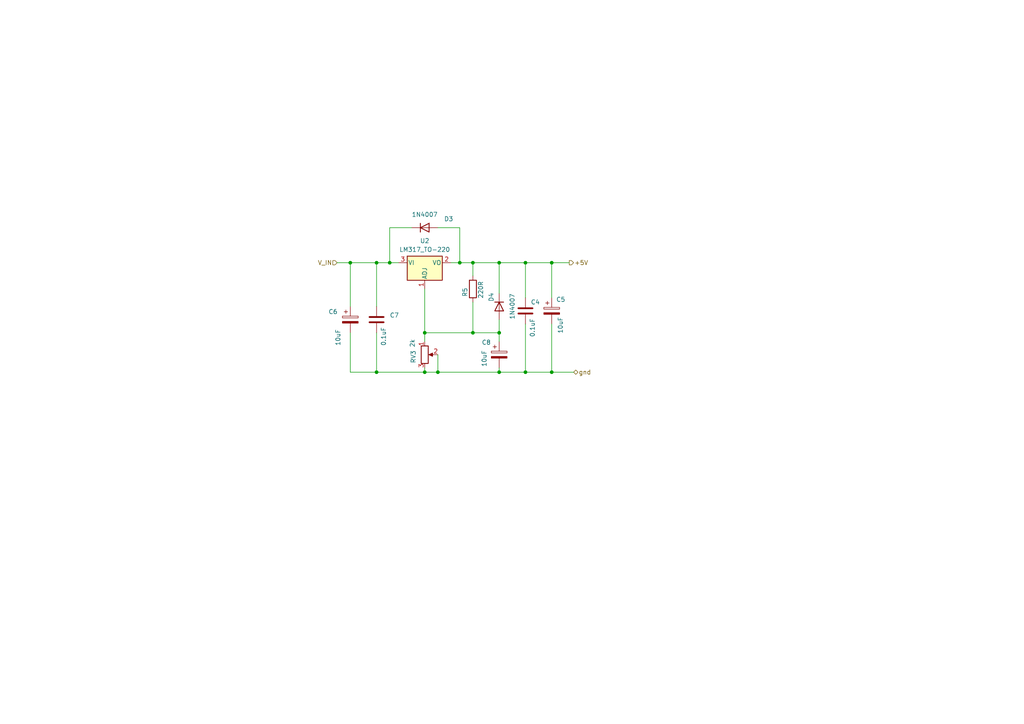
<source format=kicad_sch>
(kicad_sch (version 20231120) (generator "eeschema") (generator_version "8.0")
  (paper "A4")
  (lib_symbols
    (symbol "Device:C" (pin_numbers hide) (pin_names (offset 0.254))
      (property "Reference" "C" (at 0.635 2.54 0))
      (property "Value" "C" (at 0.635 -2.54 0))
      (symbol "C_0_1"
        (polyline (pts (xy -2.032 -0.762) (xy 2.032 -0.762)) (stroke (width 0.508)))
        (polyline (pts (xy -2.032 0.762) (xy 2.032 0.762)) (stroke (width 0.508)))
      )
      (symbol "C_1_1"
        (pin passive line (at 0 3.81 270) (length 2.794) (name "~") (number "1"))
        (pin passive line (at 0 -3.81 90) (length 2.794) (name "~") (number "2"))
      )
    )
    (symbol "Device:C_Polarized" (pin_numbers hide) (pin_names (offset 0.254))
      (property "Reference" "C" (at 0.635 2.54 0))
      (property "Value" "C_Polarized" (at 0.635 -2.54 0))
      (symbol "C_Polarized_0_1"
        (rectangle (start -2.286 0.508) (end 2.286 1.016))
        (polyline (pts (xy -1.778 2.286) (xy -0.762 2.286)))
        (polyline (pts (xy -1.27 2.794) (xy -1.27 1.778)))
        (rectangle (start 2.286 -0.508) (end -2.286 -1.016) (fill (type outline)))
      )
      (symbol "C_Polarized_1_1"
        (pin passive line (at 0 3.81 270) (length 2.794) (name "~") (number "1"))
        (pin passive line (at 0 -3.81 90) (length 2.794) (name "~") (number "2"))
      )
    )
    (symbol "Device:R" (pin_numbers hide) (pin_names (offset 0))
      (property "Reference" "R" (at 2.032 0 90))
      (property "Value" "R" (at 0 0 90))
      (symbol "R_0_1"
        (rectangle (start -1.016 -2.54) (end 1.016 2.54) (stroke (width 0.254)))
      )
      (symbol "R_1_1"
        (pin passive line (at 0 3.81 270) (length 1.27) (name "~") (number "1"))
        (pin passive line (at 0 -3.81 90) (length 1.27) (name "~") (number "2"))
      )
    )
    (symbol "Device:R_Potentiometer" (pin_names (offset 1.016) hide)
      (property "Reference" "RV" (at -4.445 0 90))
      (property "Value" "R_Potentiometer" (at -2.54 0 90))
      (symbol "R_Potentiometer_0_1"
        (polyline (pts (xy 2.54 0) (xy 1.524 0)))
        (polyline (pts (xy 1.143 0) (xy 2.286 0.508) (xy 2.286 -0.508) (xy 1.143 0)) (fill (type outline)))
        (rectangle (start 1.016 2.54) (end -1.016 -2.54) (stroke (width 0.254)))
      )
      (symbol "R_Potentiometer_1_1"
        (pin passive line (at 0 3.81 270) (length 1.27) (name "1") (number "1"))
        (pin passive line (at 3.81 0 180) (length 1.27) (name "2") (number "2"))
        (pin passive line (at 0 -3.81 90) (length 1.27) (name "3") (number "3"))
      )
    )
    (symbol "Diode:1N4007" (pin_numbers hide) (pin_names hide)
      (property "Reference" "D" (at 0 2.54 0))
      (property "Value" "1N4007" (at 0 -2.54 0))
      (symbol "1N4007_0_1"
        (polyline (pts (xy -1.27 1.27) (xy -1.27 -1.27)) (stroke (width 0.254)))
        (polyline (pts (xy 1.27 0) (xy -1.27 0)))
        (polyline (pts (xy 1.27 1.27) (xy 1.27 -1.27) (xy -1.27 0) (xy 1.27 1.27)) (stroke (width 0.254)))
      )
      (symbol "1N4007_1_1"
        (pin passive line (at -3.81 0 0) (length 2.54) (name "K") (number "1"))
        (pin passive line (at 3.81 0 180) (length 2.54) (name "A") (number "2"))
      )
    )
    (symbol "Regulator_Linear:LM317_TO-220" (pin_names (offset 0.254))
      (property "Reference" "U" (at -3.81 3.175 0))
      (property "Value" "LM317_TO-220" (at 0 3.175 0))
      (symbol "LM317_TO-220_0_1"
        (rectangle (start -5.08 1.905) (end 5.08 -5.08) (stroke (width 0.254)) (fill (type background)))
      )
      (symbol "LM317_TO-220_1_1"
        (pin input line (at 0 -7.62 90) (length 2.54) (name "ADJ") (number "1"))
        (pin power_out line (at 7.62 0 180) (length 2.54) (name "VO") (number "2"))
        (pin power_in line (at -7.62 0 0) (length 2.54) (name "VI") (number "3"))
      )
    )
  )
  (junction (at 113.03 76.2))
  (junction (at 160.02 76.2))
  (junction (at 144.78 76.2))
  (junction (at 109.22 107.95))
  (junction (at 152.4 76.2))
  (junction (at 127 107.95))
  (junction (at 137.16 76.2))
  (junction (at 137.16 96.52))
  (junction (at 123.19 107.95))
  (junction (at 109.22 76.2))
  (junction (at 144.78 107.95))
  (junction (at 101.6 76.2))
  (junction (at 160.02 107.95))
  (junction (at 144.78 96.52))
  (junction (at 133.35 76.2))
  (junction (at 123.19 96.52))
  (junction (at 152.4 107.95))
  (wire (pts (xy 160.02 76.2) (xy 165.1 76.2)))
  (wire (pts (xy 127 107.95) (xy 127 102.87)))
  (wire (pts (xy 137.16 87.63) (xy 137.16 96.52)))
  (wire (pts (xy 144.78 107.95) (xy 152.4 107.95)))
  (wire (pts (xy 133.35 66.04) (xy 133.35 76.2)))
  (wire (pts (xy 133.35 76.2) (xy 137.16 76.2)))
  (wire (pts (xy 144.78 106.68) (xy 144.78 107.95)))
  (wire (pts (xy 123.19 106.68) (xy 123.19 107.95)))
  (wire (pts (xy 109.22 107.95) (xy 101.6 107.95)))
  (wire (pts (xy 152.4 93.98) (xy 152.4 107.95)))
  (wire (pts (xy 119.38 66.04) (xy 113.03 66.04)))
  (wire (pts (xy 137.16 96.52) (xy 144.78 96.52)))
  (wire (pts (xy 123.19 96.52) (xy 137.16 96.52)))
  (wire (pts (xy 97.79 76.2) (xy 101.6 76.2)))
  (wire (pts (xy 113.03 76.2) (xy 109.22 76.2)))
  (wire (pts (xy 137.16 76.2) (xy 144.78 76.2)))
  (wire (pts (xy 127 107.95) (xy 144.78 107.95)))
  (wire (pts (xy 152.4 76.2) (xy 152.4 86.36)))
  (wire (pts (xy 144.78 96.52) (xy 144.78 99.06)))
  (wire (pts (xy 144.78 92.71) (xy 144.78 96.52)))
  (wire (pts (xy 109.22 76.2) (xy 109.22 88.9)))
  (wire (pts (xy 152.4 76.2) (xy 160.02 76.2)))
  (wire (pts (xy 115.57 76.2) (xy 113.03 76.2)))
  (wire (pts (xy 109.22 107.95) (xy 123.19 107.95)))
  (wire (pts (xy 137.16 76.2) (xy 137.16 80.01)))
  (wire (pts (xy 160.02 107.95) (xy 160.02 93.98)))
  (wire (pts (xy 101.6 76.2) (xy 101.6 88.9)))
  (wire (pts (xy 144.78 76.2) (xy 152.4 76.2)))
  (wire (pts (xy 144.78 76.2) (xy 144.78 85.09)))
  (wire (pts (xy 123.19 107.95) (xy 127 107.95)))
  (wire (pts (xy 113.03 66.04) (xy 113.03 76.2)))
  (wire (pts (xy 127 66.04) (xy 133.35 66.04)))
  (wire (pts (xy 123.19 83.82) (xy 123.19 96.52)))
  (wire (pts (xy 152.4 107.95) (xy 160.02 107.95)))
  (wire (pts (xy 123.19 96.52) (xy 123.19 99.06)))
  (wire (pts (xy 101.6 96.52) (xy 101.6 107.95)))
  (wire (pts (xy 160.02 76.2) (xy 160.02 86.36)))
  (wire (pts (xy 109.22 96.52) (xy 109.22 107.95)))
  (wire (pts (xy 101.6 76.2) (xy 109.22 76.2)))
  (wire (pts (xy 160.02 107.95) (xy 166.37 107.95)))
  (wire (pts (xy 130.81 76.2) (xy 133.35 76.2)))
  (hierarchical_label "V_IN" (shape input) (at 97.79 76.2 180))
  (hierarchical_label "+5V" (shape output) (at 165.1 76.2 0))
  (hierarchical_label "gnd" (shape bidirectional) (at 166.37 107.95 0))
  (symbol (lib_id "Device:C") (at 109.22 92.71 0) (unit 1)
    (property "Reference" "C7" (at 113.03 91.4399 0) (effects (justify left)))
    (property "Value" "0.1uF" (at 111.252 100.33 90) (effects (justify left)))
    (property "Footprint" "Capacitor_THT:C_Disc_D3.0mm_W2.0mm_P2.50mm" (effects (hide yes)))
    (property "Description" "Unpolarized capacitor" (effects (hide yes)))
  )
  (symbol (lib_id "Regulator_Linear:LM317_TO-220") (at 123.19 76.2 0) (unit 1)
    (property "Reference" "U2" (at 123.19 69.85 0))
    (property "Value" "LM317_TO-220" (at 123.19 72.39 0))
    (property "Footprint" "Package_TO_SOT_THT:TO-220-3_Vertical" (effects (hide yes)))
    (property "Datasheet" "http://www.ti.com/lit/ds/symlink/lm317.pdf" (effects (hide yes)))
    (property "Description" "1.5A 35V Adjustable Linear Regulator, TO-220" (effects (hide yes)))
  )
  (symbol (lib_id "Device:C_Polarized") (at 144.78 102.87 0) (unit 1)
    (property "Reference" "C8" (at 139.7 99.314 0) (effects (justify left)))
    (property "Value" "10uF" (at 140.462 106.426 90) (effects (justify left)))
    (property "Footprint" "Capacitor_THT:CP_Radial_D4.0mm_P2.00mm" (effects (hide yes)))
    (property "Description" "Polarized capacitor" (effects (hide yes)))
  )
  (symbol (lib_id "Device:R_Potentiometer") (at 123.19 102.87 0) (unit 1)
    (property "Reference" "RV3" (at 119.888 101.6 90) (effects (justify right)))
    (property "Value" "2k" (at 119.634 98.298 90) (effects (justify right)))
    (property "Footprint" "Potentiometer_THT:Potentiometer_Bourns_3266Y_Vertical" (effects (hide yes)))
    (property "Description" "Potentiometer" (effects (hide yes)))
  )
  (symbol (lib_id "Device:R") (at 137.16 83.82 180) (unit 1)
    (property "Reference" "R5" (at 134.874 86.106 90) (effects (justify right)))
    (property "Value" "220R" (at 139.446 86.614 90) (effects (justify right)))
    (property "Footprint" "Resistor_THT:R_Axial_DIN0204_L3.6mm_D1.6mm_P7.62mm_Horizontal" (effects (hide yes)))
    (property "Description" "Resistor" (effects (hide yes)))
  )
  (symbol (lib_id "Device:C") (at 152.4 90.17 0) (unit 1)
    (property "Reference" "C4" (at 153.924 87.63 0) (effects (justify left)))
    (property "Value" "0.1uF" (at 154.432 97.79 90) (effects (justify left)))
    (property "Footprint" "Capacitor_THT:C_Disc_D3.0mm_W2.0mm_P2.50mm" (effects (hide yes)))
    (property "Description" "Unpolarized capacitor" (effects (hide yes)))
  )
  (symbol (lib_id "Diode:1N4007") (at 144.78 88.9 270) (unit 1)
    (property "Reference" "D4" (at 142.494 84.836 0) (effects (justify left)))
    (property "Value" "1N4007" (at 148.59 85.09 0) (effects (justify left)))
    (property "Footprint" "Diode_THT:D_DO-41_SOD81_P10.16mm_Horizontal" (effects (hide yes)))
    (property "Datasheet" "http://www.vishay.com/docs/88503/1n4001.pdf" (effects (hide yes)))
    (property "Description" "1000V 1A General Purpose Rectifier Diode, DO-41" (effects (hide yes)))
    (property "Sim.Device" "D" (effects (hide yes)))
    (property "Sim.Pins" "1=K 2=A" (effects (hide yes)))
  )
  (symbol (lib_id "Device:C_Polarized") (at 101.6 92.71 0) (unit 1)
    (property "Reference" "C6" (at 95.25 90.424 0) (effects (justify left)))
    (property "Value" "10uF" (at 98.044 100.33 90) (effects (justify left)))
    (property "Footprint" "Capacitor_THT:CP_Radial_D4.0mm_P2.00mm" (effects (hide yes)))
    (property "Description" "Polarized capacitor" (effects (hide yes)))
  )
  (symbol (lib_id "Diode:1N4007") (at 123.19 66.04 0) (unit 1)
    (property "Reference" "D3" (at 128.778 63.5 0) (effects (justify left)))
    (property "Value" "1N4007" (at 119.38 62.23 0) (effects (justify left)))
    (property "Footprint" "Diode_THT:D_DO-41_SOD81_P10.16mm_Horizontal" (effects (hide yes)))
    (property "Datasheet" "http://www.vishay.com/docs/88503/1n4001.pdf" (effects (hide yes)))
    (property "Description" "1000V 1A General Purpose Rectifier Diode, DO-41" (effects (hide yes)))
    (property "Sim.Device" "D" (effects (hide yes)))
    (property "Sim.Pins" "1=K 2=A" (effects (hide yes)))
  )
  (symbol (lib_id "Device:C_Polarized") (at 160.02 90.17 0) (unit 1)
    (property "Reference" "C5" (at 161.29 86.868 0) (effects (justify left)))
    (property "Value" "10uF" (at 162.56 96.774 90) (effects (justify left)))
    (property "Footprint" "Capacitor_THT:CP_Radial_D4.0mm_P2.00mm" (effects (hide yes)))
    (property "Description" "Polarized capacitor" (effects (hide yes)))
  )
)
</source>
